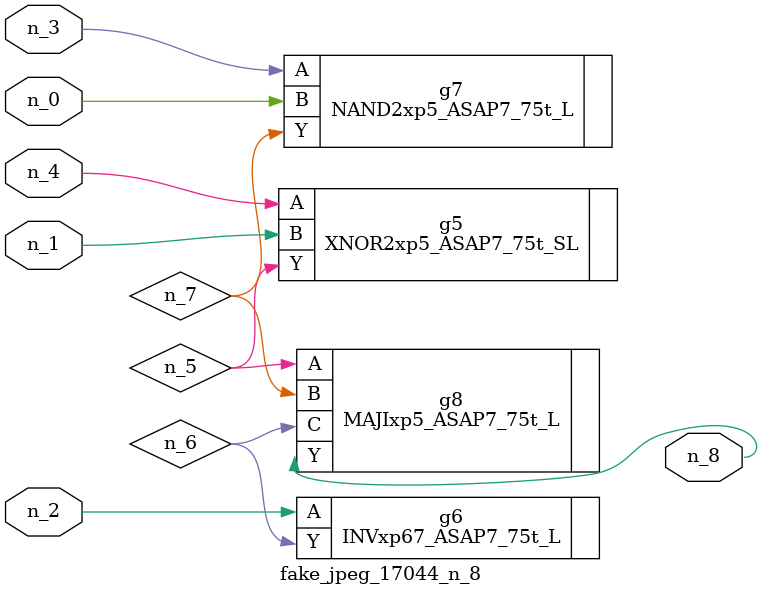
<source format=v>
module fake_jpeg_17044_n_8 (n_3, n_2, n_1, n_0, n_4, n_8);

input n_3;
input n_2;
input n_1;
input n_0;
input n_4;

output n_8;

wire n_6;
wire n_5;
wire n_7;

XNOR2xp5_ASAP7_75t_SL g5 ( 
.A(n_4),
.B(n_1),
.Y(n_5)
);

INVxp67_ASAP7_75t_L g6 ( 
.A(n_2),
.Y(n_6)
);

NAND2xp5_ASAP7_75t_L g7 ( 
.A(n_3),
.B(n_0),
.Y(n_7)
);

MAJIxp5_ASAP7_75t_L g8 ( 
.A(n_5),
.B(n_7),
.C(n_6),
.Y(n_8)
);


endmodule
</source>
